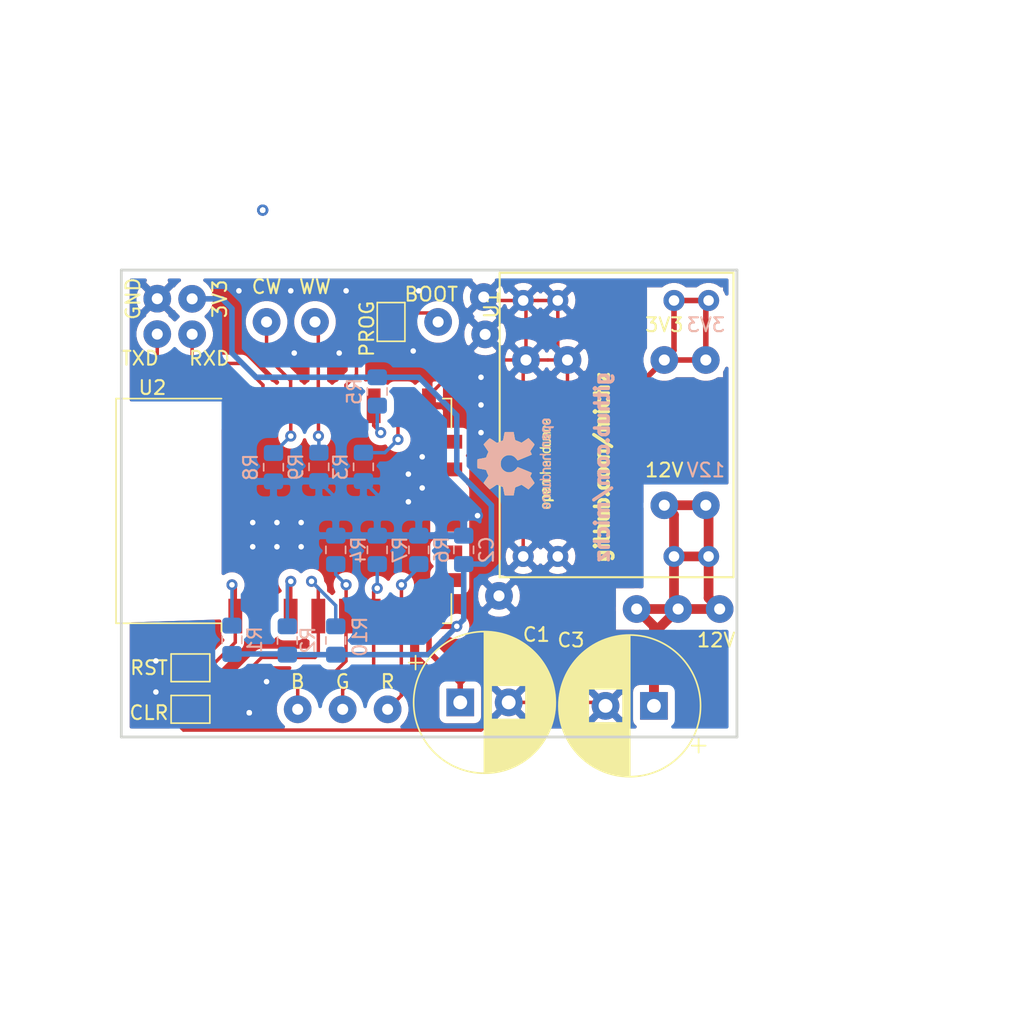
<source format=kicad_pcb>
(kicad_pcb (version 20171130) (host pcbnew 5.1.2-f72e74a~84~ubuntu18.04.1)
  (layers (0 F.Cu signal) (31 B.Cu signal) (34 B.Paste user) (35 F.Paste user) (36 B.SilkS user) (37 F.SilkS user) (38 B.Mask user) (39 F.Mask user) (44 Edge.Cuts user))
  (net 0 "")
  (net 1 +3V3)
  (net 2 GND)
  (net 3 +12V)
  (net 4 /TXD)
  (net 5 /RXD)
  (net 6 /BOOT)
  (net 7 "Net-(JP1-Pad1)")
  (net 8 "Net-(JP3-Pad1)")
  (net 9 "Net-(R2-Pad2)")
  (net 10 "Net-(R3-Pad1)")
  (net 11 "Net-(R5-Pad2)")
  (net 12 "Net-(U2-Pad2)")
  (net 13 "Net-(U2-Pad9)")
  (net 14 "Net-(U2-Pad10)")
  (net 15 "Net-(U2-Pad11)")
  (net 16 "Net-(U2-Pad12)")
  (net 17 "Net-(U2-Pad13)")
  (net 18 "Net-(U2-Pad14)")
  (net 19 /WW)
  (net 20 /CW)
  (net 21 /G)
  (net 22 /R)
  (net 23 /B)
  (module Connector_Wire:SolderWirePad_1x01_Drill0.8mm (layer F.Cu) (at 221.3 79.8)
    (fp_text reference "" (at 0 -2.54) (layer F.SilkS))
    (fp_text value GND)
    (pad 1 thru_hole circle (at 0 0) (size 1.99898 1.99898) (drill 0.8001) (layers *.Cu *.Mask) (net 2 GND))
  )
  (module Connector_Wire:SolderWirePad_1x01_Drill0.8mm (layer F.Cu) (at 220.3 60.9)
    (fp_text reference "" (at 0 -2.54) (layer F.SilkS))
    (fp_text value GND)
    (pad 1 thru_hole circle (at 0 0) (size 1.99898 1.99898) (drill 0.8001) (layers *.Cu *.Mask) (net 2 GND))
  )
  (module Connector_Wire:SolderWirePad_1x01_Drill0.8mm (layer F.Cu) (at 220.2 58.2)
    (fp_text reference "" (at 0 -2.54) (layer F.SilkS))
    (fp_text value GND)
    (pad 1 thru_hole circle (at 0 0) (size 1.99898 1.99898) (drill 0.8001) (layers *.Cu *.Mask) (net 2 GND))
  )
  (module Symbol:OSHW-Logo2_7.3x6mm_SilkScreen (layer B.Cu) (at 222.5 70.25 270)
    (fp_text reference REF** hide)
    (fp_text value OSHW-Logo2_7.3x6mm_SilkScreen hide)
  )
  (module RF_Module:ESP-12E (layer F.Cu) (at 205.74 73.66 90)
    (fp_text reference U2 (at 8.91 -9.49 180) (layer F.SilkS))
    (fp_text value ESP-12E)
    (pad 1 smd rect (at -7.6 -3.5 90) (size 2.5 1) (layers F.Cu F.Paste F.Mask) (net 7 "Net-(JP1-Pad1)"))
    (pad 2 smd rect (at -7.6 -1.5 90) (size 2.5 1) (layers F.Cu F.Paste F.Mask) (net 12 "Net-(U2-Pad2)"))
    (pad 3 smd rect (at -7.6 0.5 90) (size 2.5 1) (layers F.Cu F.Paste F.Mask) (net 9 "Net-(R2-Pad2)"))
    (pad 4 smd rect (at -7.6 2.5 90) (size 2.5 1) (layers F.Cu F.Paste F.Mask) (net 8 "Net-(JP3-Pad1)"))
    (pad 5 smd rect (at -7.6 4.5 90) (size 2.5 1) (layers F.Cu F.Paste F.Mask) (net 23 /B))
    (pad 6 smd rect (at -7.6 6.5 90) (size 2.5 1) (layers F.Cu F.Paste F.Mask) (net 21 /G))
    (pad 7 smd rect (at -7.6 8.5 90) (size 2.5 1) (layers F.Cu F.Paste F.Mask) (net 22 /R))
    (pad 8 smd rect (at -7.6 10.5 90) (size 2.5 1) (layers F.Cu F.Paste F.Mask) (net 1 +3V3))
    (pad 9 smd rect (at -5 12 90) (size 1 1.8) (layers F.Cu F.Paste F.Mask) (net 13 "Net-(U2-Pad9)"))
    (pad 10 smd rect (at -3 12 90) (size 1 1.8) (layers F.Cu F.Paste F.Mask) (net 14 "Net-(U2-Pad10)"))
    (pad 11 smd rect (at -1 12 90) (size 1 1.8) (layers F.Cu F.Paste F.Mask) (net 15 "Net-(U2-Pad11)"))
    (pad 12 smd rect (at 1 12 90) (size 1 1.8) (layers F.Cu F.Paste F.Mask) (net 16 "Net-(U2-Pad12)"))
    (pad 13 smd rect (at 3 12 90) (size 1 1.8) (layers F.Cu F.Paste F.Mask) (net 17 "Net-(U2-Pad13)"))
    (pad 14 smd rect (at 5 12 90) (size 1 1.8) (layers F.Cu F.Paste F.Mask) (net 18 "Net-(U2-Pad14)"))
    (pad 15 smd rect (at 7.6 10.5 90) (size 2.5 1) (layers F.Cu F.Paste F.Mask) (net 2 GND))
    (pad 16 smd rect (at 7.6 8.5 90) (size 2.5 1) (layers F.Cu F.Paste F.Mask) (net 10 "Net-(R3-Pad1)"))
    (pad 17 smd rect (at 7.6 6.5 90) (size 2.5 1) (layers F.Cu F.Paste F.Mask) (net 11 "Net-(R5-Pad2)"))
    (pad 18 smd rect (at 7.6 4.5 90) (size 2.5 1) (layers F.Cu F.Paste F.Mask) (net 6 /BOOT))
    (pad 19 smd rect (at 7.6 2.5 90) (size 2.5 1) (layers F.Cu F.Paste F.Mask) (net 19 /WW))
    (pad 20 smd rect (at 7.6 0.5 90) (size 2.5 1) (layers F.Cu F.Paste F.Mask) (net 20 /CW))
    (pad 21 smd rect (at 7.6 -1.5 90) (size 2.5 1) (layers F.Cu F.Paste F.Mask) (net 5 /RXD))
    (pad 22 smd rect (at 7.6 -3.5 90) (size 2.5 1) (layers F.Cu F.Paste F.Mask) (net 4 /TXD))
  )
  (module DCDC:DCDC (layer F.Cu) (at 227.75 68.25 90)
    (fp_text reference U1 (at 9.5 -7 90) (layer F.SilkS))
    (fp_text value dcdc-module)
    (pad 1 thru_hole circle (at -8.7 8.7 90) (size 1.524 1.524) (drill 0.762) (layers *.Cu *.Mask) (net 3 +12V))
    (pad 2 thru_hole circle (at -8.7 6.2 90) (size 1.524 1.524) (drill 0.762) (layers *.Cu *.Mask) (net 3 +12V))
    (pad 3 thru_hole circle (at -8.7 -2.2 90) (size 1.524 1.524) (drill 0.762) (layers *.Cu *.Mask) (net 2 GND))
    (pad 4 thru_hole circle (at -8.7 -4.7 90) (size 1.524 1.524) (drill 0.762) (layers *.Cu *.Mask) (net 2 GND))
    (pad 5 thru_hole circle (at 9.8 8.7 90) (size 1.524 1.524) (drill 0.762) (layers *.Cu *.Mask) (net 1 +3V3))
    (pad 6 thru_hole circle (at 9.8 6.2 90) (size 1.524 1.524) (drill 0.762) (layers *.Cu *.Mask) (net 1 +3V3))
    (pad 7 thru_hole circle (at 9.8 -2.2 90) (size 1.524 1.524) (drill 0.762) (layers *.Cu *.Mask) (net 2 GND))
    (pad 8 thru_hole circle (at 9.8 -4.7 90) (size 1.524 1.524) (drill 0.762) (layers *.Cu *.Mask) (net 2 GND))
  )
  (module Connector_Wire:SolderWirePad_1x01_Drill0.8mm (layer F.Cu) (at 213.25 88)
    (fp_text reference R (at 0 -2) (layer F.SilkS))
    (fp_text value R)
    (pad 1 thru_hole circle (at 0 0) (size 1.99898 1.99898) (drill 0.8001) (layers *.Cu *.Mask) (net 22 /R))
  )
  (module Connector_Wire:SolderWirePad_1x01_Drill0.8mm (layer F.Cu) (at 208 60)
    (fp_text reference WW (at 0 -2.54) (layer F.SilkS))
    (fp_text value WW)
    (pad 1 thru_hole circle (at 0 0) (size 1.99898 1.99898) (drill 0.8001) (layers *.Cu *.Mask) (net 19 /WW))
  )
  (module Connector_Wire:SolderWirePad_1x01_Drill0.8mm (layer F.Cu) (at 204.5 60)
    (fp_text reference CW (at 0 -2.54) (layer F.SilkS))
    (fp_text value CW)
    (pad 1 thru_hole circle (at 0 0) (size 1.99898 1.99898) (drill 0.8001) (layers *.Cu *.Mask) (net 20 /CW))
  )
  (module Connector_Wire:SolderWirePad_1x01_Drill0.8mm (layer F.Cu) (at 206.75 88)
    (fp_text reference B (at 0 -2) (layer F.SilkS))
    (fp_text value B)
    (pad 1 thru_hole circle (at 0 0) (size 1.99898 1.99898) (drill 0.8001) (layers *.Cu *.Mask) (net 23 /B))
  )
  (module Connector_Wire:SolderWirePad_1x01_Drill0.8mm (layer F.Cu) (at 236.25 62.75)
    (fp_text reference 3V3 (at 0 -2.54) (layer B.SilkS) (effects (justify mirror)))
    (fp_text value 3.3V)
    (pad 1 thru_hole circle (at 0 0) (size 1.99898 1.99898) (drill 0.8001) (layers *.Cu *.Mask) (net 1 +3V3))
  )
  (module Connector_Wire:SolderWirePad_1x01_Drill0.8mm (layer F.Cu) (at 233.25 62.75)
    (fp_text reference 3V3 (at 0 -2.54) (layer F.SilkS))
    (fp_text value 3.3V)
    (pad 1 thru_hole circle (at 0 0) (size 1.99898 1.99898) (drill 0.8001) (layers *.Cu *.Mask) (net 1 +3V3))
  )
  (module Connector_Wire:SolderWirePad_1x01_Drill0.8mm (layer F.Cu) (at 199.12 58.33)
    (fp_text reference 3V3 (at 2 0 270) (layer F.SilkS))
    (fp_text value 3.3V)
    (pad 1 thru_hole circle (at 0 0) (size 1.99898 1.99898) (drill 0.8001) (layers *.Cu *.Mask) (net 1 +3V3))
  )
  (module Connector_Wire:SolderWirePad_1x01_Drill0.8mm (layer F.Cu) (at 196.6 60.88)
    (fp_text reference TXD (at -1.25 1.75) (layer F.SilkS))
    (fp_text value TXD)
    (pad 1 thru_hole circle (at 0 0) (size 1.99898 1.99898) (drill 0.8001) (layers *.Cu *.Mask) (net 4 /TXD))
  )
  (module Connector_Wire:SolderWirePad_1x01_Drill0.8mm (layer F.Cu) (at 199.12 60.89)
    (fp_text reference RXD (at 1.25 1.75) (layer F.SilkS))
    (fp_text value RXD)
    (pad 1 thru_hole circle (at 0 0) (size 1.99898 1.99898) (drill 0.8001) (layers *.Cu *.Mask) (net 5 /RXD))
  )
  (module Connector_Wire:SolderWirePad_1x01_Drill0.8mm (layer F.Cu) (at 216.9 60)
    (fp_text reference BOOT (at -0.5 -2) (layer F.SilkS))
    (fp_text value BOOT)
    (pad 1 thru_hole circle (at 0 0) (size 1.99898 1.99898) (drill 0.8001) (layers *.Cu *.Mask) (net 6 /BOOT))
  )
  (module Connector_Wire:SolderWirePad_1x01_Drill0.8mm (layer F.Cu) (at 196.6 58.32)
    (fp_text reference GND (at -1.75 0 90) (layer F.SilkS))
    (fp_text value GND)
    (pad 1 thru_hole circle (at 0 0) (size 1.99898 1.99898) (drill 0.8001) (layers *.Cu *.Mask) (net 2 GND))
  )
  (module Connector_Wire:SolderWirePad_1x01_Drill0.8mm (layer F.Cu) (at 226.25 62.75)
    (fp_text reference "" (at 0 -2.54) (layer F.SilkS))
    (fp_text value GND)
    (pad 1 thru_hole circle (at 0 0) (size 1.99898 1.99898) (drill 0.8001) (layers *.Cu *.Mask) (net 2 GND))
  )
  (module Connector_Wire:SolderWirePad_1x01_Drill0.8mm (layer F.Cu) (at 223.25 62.75)
    (fp_text reference "" (at 0 -2.54) (layer F.SilkS))
    (fp_text value GND)
    (pad 1 thru_hole circle (at 0 0) (size 1.99898 1.99898) (drill 0.8001) (layers *.Cu *.Mask) (net 2 GND))
  )
  (module Connector_Wire:SolderWirePad_1x01_Drill0.8mm (layer F.Cu) (at 236.25 73.25)
    (fp_text reference 12V (at 0 -2.54) (layer B.SilkS) (effects (justify mirror)))
    (fp_text value +12V)
    (pad 1 thru_hole circle (at 0 0) (size 1.99898 1.99898) (drill 0.8001) (layers *.Cu *.Mask) (net 3 +12V))
  )
  (module Connector_Wire:SolderWirePad_1x01_Drill0.8mm (layer F.Cu) (at 234.25 80.75)
    (fp_text reference 12V (at 2.75 2.25) (layer F.SilkS))
    (fp_text value +12V)
    (pad 1 thru_hole circle (at 0 0) (size 1.99898 1.99898) (drill 0.8001) (layers *.Cu *.Mask) (net 3 +12V))
  )
  (module Connector_Wire:SolderWirePad_1x01_Drill0.8mm (layer F.Cu) (at 237.25 80.75)
    (fp_text reference "" (at -0.25 3.75) (layer F.SilkS))
    (fp_text value +12V)
    (pad 1 thru_hole circle (at 0 0) (size 1.99898 1.99898) (drill 0.8001) (layers *.Cu *.Mask) (net 3 +12V))
  )
  (module Connector_Wire:SolderWirePad_1x01_Drill0.8mm (layer F.Cu) (at 231.25 80.75)
    (fp_text reference "" (at -2.5 -1.25) (layer F.SilkS))
    (fp_text value +12V)
    (pad 1 thru_hole circle (at 0 0) (size 1.99898 1.99898) (drill 0.8001) (layers *.Cu *.Mask) (net 3 +12V))
  )
  (module Connector_Wire:SolderWirePad_1x01_Drill0.8mm (layer F.Cu) (at 233.25 73.25)
    (fp_text reference 12V (at 0 -2.54) (layer F.SilkS))
    (fp_text value +12V)
    (pad 1 thru_hole circle (at 0 0) (size 1.99898 1.99898) (drill 0.8001) (layers *.Cu *.Mask) (net 3 +12V))
  )
  (module Connector_Wire:SolderWirePad_1x01_Drill0.8mm (layer F.Cu) (at 210 88)
    (fp_text reference G (at 0 -2) (layer F.SilkS))
    (fp_text value G)
    (pad 1 thru_hole circle (at 0 0) (size 1.99898 1.99898) (drill 0.8001) (layers *.Cu *.Mask) (net 21 /G))
  )
  (module Capacitor_THT:CP_Radial_D10.0mm_P3.50mm (layer F.Cu) (at 218.5 87.5)
    (fp_text reference C1 (at 5.5 -4.9) (layer F.SilkS))
    (fp_text value 1000u)
    (pad 1 thru_hole rect (at 0 0) (size 2 2) (drill 1) (layers *.Cu *.Mask) (net 1 +3V3))
    (pad 2 thru_hole circle (at 3.5 0) (size 2 2) (drill 1) (layers *.Cu *.Mask) (net 2 GND))
  )
  (module Capacitor_SMD:C_0805_2012Metric_Pad1.15x1.40mm_HandSolder (layer B.Cu) (at 218.75 76.475 90)
    (fp_text reference C2 (at 0 1.65 90) (layer B.SilkS) (effects (justify mirror)))
    (fp_text value 100n)
    (pad 1 smd roundrect (at -1.025 0 90) (size 1.15 1.4) (layers B.Cu B.Paste B.Mask) (roundrect_rratio 0.217391) (net 1 +3V3))
    (pad 2 smd roundrect (at 1.025 0 90) (size 1.15 1.4) (layers B.Cu B.Paste B.Mask) (roundrect_rratio 0.217391) (net 2 GND))
  )
  (module Capacitor_THT:CP_Radial_D10.0mm_P3.50mm (layer F.Cu) (at 232.5 87.75 180)
    (fp_text reference C3 (at 6 4.75 180) (layer F.SilkS))
    (fp_text value 100u)
    (pad 2 thru_hole circle (at 3.5 0 180) (size 2 2) (drill 1) (layers *.Cu *.Mask) (net 2 GND))
    (pad 1 thru_hole rect (at 0 0 180) (size 2 2) (drill 1) (layers *.Cu *.Mask) (net 3 +12V))
  )
  (module Jumper:SolderJumper-2_P1.3mm_Open_Pad1.0x1.5mm (layer F.Cu) (at 199 85 180)
    (fp_text reference RST (at 3 0 180) (layer F.SilkS))
    (fp_text value RST)
    (pad 2 smd rect (at 0.65 0 180) (size 1 1.5) (layers F.Cu F.Mask) (net 2 GND))
    (pad 1 smd rect (at -0.65 0 180) (size 1 1.5) (layers F.Cu F.Mask) (net 7 "Net-(JP1-Pad1)"))
  )
  (module Jumper:SolderJumper-2_P1.3mm_Open_Pad1.0x1.5mm (layer F.Cu) (at 213.5 60 270)
    (fp_text reference PROG (at 0.5 1.75 270) (layer F.SilkS))
    (fp_text value PROG)
    (pad 2 smd rect (at 0.65 0 270) (size 1 1.5) (layers F.Cu F.Mask) (net 2 GND))
    (pad 1 smd rect (at -0.65 0 270) (size 1 1.5) (layers F.Cu F.Mask) (net 6 /BOOT))
  )
  (module Jumper:SolderJumper-2_P1.3mm_Open_Pad1.0x1.5mm (layer F.Cu) (at 199 88 180)
    (fp_text reference CLR (at 3 -0.25 180) (layer F.SilkS))
    (fp_text value CLR)
    (pad 1 smd rect (at -0.65 0 180) (size 1 1.5) (layers F.Cu F.Mask) (net 8 "Net-(JP3-Pad1)"))
    (pad 2 smd rect (at 0.65 0 180) (size 1 1.5) (layers F.Cu F.Mask) (net 2 GND))
  )
  (module Resistor_SMD:R_0805_2012Metric_Pad1.15x1.40mm_HandSolder (layer B.Cu) (at 202 82.975 90)
    (fp_text reference R1 (at 0 1.65 90) (layer B.SilkS) (effects (justify mirror)))
    (fp_text value 10k)
    (pad 2 smd roundrect (at 1.025 0 90) (size 1.15 1.4) (layers B.Cu B.Paste B.Mask) (roundrect_rratio 0.217391) (net 7 "Net-(JP1-Pad1)"))
    (pad 1 smd roundrect (at -1.025 0 90) (size 1.15 1.4) (layers B.Cu B.Paste B.Mask) (roundrect_rratio 0.217391) (net 1 +3V3))
  )
  (module Resistor_SMD:R_0805_2012Metric_Pad1.15x1.40mm_HandSolder (layer B.Cu) (at 206 83.025 90)
    (fp_text reference R2 (at 0.025 1.5 90) (layer B.SilkS) (effects (justify mirror)))
    (fp_text value 10k)
    (pad 1 smd roundrect (at -1.025 0 90) (size 1.15 1.4) (layers B.Cu B.Paste B.Mask) (roundrect_rratio 0.217391) (net 1 +3V3))
    (pad 2 smd roundrect (at 1.025 0 90) (size 1.15 1.4) (layers B.Cu B.Paste B.Mask) (roundrect_rratio 0.217391) (net 9 "Net-(R2-Pad2)"))
  )
  (module Resistor_SMD:R_0805_2012Metric_Pad1.15x1.40mm_HandSolder (layer B.Cu) (at 211.5 70.475 270)
    (fp_text reference R3 (at 0 1.65 270) (layer B.SilkS) (effects (justify mirror)))
    (fp_text value 10k)
    (pad 1 smd roundrect (at -1.025 0 270) (size 1.15 1.4) (layers B.Cu B.Paste B.Mask) (roundrect_rratio 0.217391) (net 10 "Net-(R3-Pad1)"))
    (pad 2 smd roundrect (at 1.025 0 270) (size 1.15 1.4) (layers B.Cu B.Paste B.Mask) (roundrect_rratio 0.217391) (net 2 GND))
  )
  (module Resistor_SMD:R_0805_2012Metric_Pad1.15x1.40mm_HandSolder (layer B.Cu) (at 209.5 76.475 90)
    (fp_text reference R4 (at 0 1.65 90) (layer B.SilkS) (effects (justify mirror)))
    (fp_text value 10k)
    (pad 2 smd roundrect (at 1.025 0 90) (size 1.15 1.4) (layers B.Cu B.Paste B.Mask) (roundrect_rratio 0.217391) (net 2 GND))
    (pad 1 smd roundrect (at -1.025 0 90) (size 1.15 1.4) (layers B.Cu B.Paste B.Mask) (roundrect_rratio 0.217391) (net 23 /B))
  )
  (module Resistor_SMD:R_0805_2012Metric_Pad1.15x1.40mm_HandSolder (layer B.Cu) (at 212.5 65.025 270)
    (fp_text reference R5 (at 0 1.65 270) (layer B.SilkS) (effects (justify mirror)))
    (fp_text value 10k)
    (pad 2 smd roundrect (at 1.025 0 270) (size 1.15 1.4) (layers B.Cu B.Paste B.Mask) (roundrect_rratio 0.217391) (net 11 "Net-(R5-Pad2)"))
    (pad 1 smd roundrect (at -1.025 0 270) (size 1.15 1.4) (layers B.Cu B.Paste B.Mask) (roundrect_rratio 0.217391) (net 1 +3V3))
  )
  (module Resistor_SMD:R_0805_2012Metric_Pad1.15x1.40mm_HandSolder (layer B.Cu) (at 215.5 76.475 90)
    (fp_text reference R6 (at 0 1.65 90) (layer B.SilkS) (effects (justify mirror)))
    (fp_text value 10k)
    (pad 1 smd roundrect (at -1.025 0 90) (size 1.15 1.4) (layers B.Cu B.Paste B.Mask) (roundrect_rratio 0.217391) (net 22 /R))
    (pad 2 smd roundrect (at 1.025 0 90) (size 1.15 1.4) (layers B.Cu B.Paste B.Mask) (roundrect_rratio 0.217391) (net 2 GND))
  )
  (module Resistor_SMD:R_0805_2012Metric_Pad1.15x1.40mm_HandSolder (layer B.Cu) (at 212.5 76.475 90)
    (fp_text reference R7 (at 0 1.65 90) (layer B.SilkS) (effects (justify mirror)))
    (fp_text value 10k)
    (pad 1 smd roundrect (at -1.025 0 90) (size 1.15 1.4) (layers B.Cu B.Paste B.Mask) (roundrect_rratio 0.217391) (net 21 /G))
    (pad 2 smd roundrect (at 1.025 0 90) (size 1.15 1.4) (layers B.Cu B.Paste B.Mask) (roundrect_rratio 0.217391) (net 2 GND))
  )
  (module Resistor_SMD:R_0805_2012Metric_Pad1.15x1.40mm_HandSolder (layer B.Cu) (at 205 70.5 270)
    (fp_text reference R8 (at 0 1.65 270) (layer B.SilkS) (effects (justify mirror)))
    (fp_text value 10k)
    (pad 1 smd roundrect (at -1.025 0 270) (size 1.15 1.4) (layers B.Cu B.Paste B.Mask) (roundrect_rratio 0.217391) (net 20 /CW))
    (pad 2 smd roundrect (at 1.025 0 270) (size 1.15 1.4) (layers B.Cu B.Paste B.Mask) (roundrect_rratio 0.217391) (net 2 GND))
  )
  (module Resistor_SMD:R_0805_2012Metric_Pad1.15x1.40mm_HandSolder (layer B.Cu) (at 208.28 70.475 270)
    (fp_text reference R9 (at 0 1.65 270) (layer B.SilkS) (effects (justify mirror)))
    (fp_text value 10k)
    (pad 2 smd roundrect (at 1.025 0 270) (size 1.15 1.4) (layers B.Cu B.Paste B.Mask) (roundrect_rratio 0.217391) (net 2 GND))
    (pad 1 smd roundrect (at -1.025 0 270) (size 1.15 1.4) (layers B.Cu B.Paste B.Mask) (roundrect_rratio 0.217391) (net 19 /WW))
  )
  (module Resistor_SMD:R_0805_2012Metric_Pad1.15x1.40mm_HandSolder (layer B.Cu) (at 209.5 83.025 90)
    (fp_text reference R10 (at 0.275 1.75 90) (layer B.SilkS) (effects (justify mirror)))
    (fp_text value 10k)
    (pad 2 smd roundrect (at 1.025 0 90) (size 1.15 1.4) (layers B.Cu B.Paste B.Mask) (roundrect_rratio 0.217391) (net 8 "Net-(JP3-Pad1)"))
    (pad 1 smd roundrect (at -1.025 0 90) (size 1.15 1.4) (layers B.Cu B.Paste B.Mask) (roundrect_rratio 0.217391) (net 1 +3V3))
  )
  (module Symbol:OSHW-Logo2_7.3x6mm_SilkScreen (layer F.Cu) (at 222.5 70.25 90)
    (fp_text reference REF** hide)
    (fp_text value OSHW-Logo2_7.3x6mm_SilkScreen hide)
  )
  (gr_text github.com/michz (at 228.75 70.5 90) (layer B.SilkS) (effects (font (size 1 1) (thickness 0.25)) (justify mirror)))
  (gr_text github.com/michz (at 228.75 70.5 90) (layer F.SilkS) (effects (font (size 1 1) (thickness 0.25))))
  (gr_line (start 238.5 56.25) (end 194 56.25) (layer Edge.Cuts) (width 0.2))
  (gr_line (start 238.5 90) (end 238.5 56.25) (layer Edge.Cuts) (width 0.2))
  (gr_line (start 194 90) (end 238.5 90) (layer Edge.Cuts) (width 0.2))
  (gr_line (start 194 56.25) (end 194 90) (layer Edge.Cuts) (width 0.2))
  (via (at 204.22 51.92) (size 0.8) (drill 0.4) (layers F.Cu B.Cu) (net 0))
  (via (at 204.22 51.92) (size 0.8) (drill 0.4) (layers F.Cu B.Cu) (net 0))
  (via (at 204.22 51.92) (size 0.8) (drill 0.4) (layers F.Cu B.Cu) (net 0))
  (via (at 204.22 51.92) (size 0.8) (drill 0.4) (layers F.Cu B.Cu) (net 0))
  (via (at 204.22 51.92) (size 0.8) (drill 0.4) (layers F.Cu B.Cu) (net 0))
  (via (at 204.22 51.92) (size 0.8) (drill 0.4) (layers F.Cu B.Cu) (net 0))
  (via (at 204.22 51.92) (size 0.8) (drill 0.4) (layers F.Cu B.Cu) (net 0))
  (via (at 204.22 51.92) (size 0.8) (drill 0.4) (layers F.Cu B.Cu) (net 0))
  (via (at 204.22 51.92) (size 0.8) (drill 0.4) (layers F.Cu B.Cu) (net 0))
  (segment (start 216.24 83.84) (end 216.24 81.26) (width 0.4) (layer F.Cu) (net 1))
  (segment (start 218.5 87.5) (end 218.5 86.1) (width 0.4) (layer F.Cu) (net 1))
  (segment (start 218.5 86.1) (end 216.24 83.84) (width 0.4) (layer F.Cu) (net 1))
  (segment (start 218.75 77.5) (end 218.75 81.5) (width 0.4) (layer B.Cu) (net 1))
  (via (at 218.25 82) (size 0.8) (drill 0.4) (layers F.Cu B.Cu) (net 1))
  (segment (start 218.75 81.5) (end 218.25 82) (width 0.4) (layer B.Cu) (net 1))
  (segment (start 216.98 82) (end 216.24 81.26) (width 0.4) (layer F.Cu) (net 1))
  (segment (start 218.25 82) (end 216.98 82) (width 0.4) (layer F.Cu) (net 1))
  (segment (start 205.95 84) (end 206 84.05) (width 0.4) (layer B.Cu) (net 1))
  (segment (start 202 84) (end 205.95 84) (width 0.4) (layer B.Cu) (net 1))
  (segment (start 206 84.05) (end 209.5 84.05) (width 0.4) (layer B.Cu) (net 1))
  (segment (start 216.2 84.05) (end 218.25 82) (width 0.4) (layer B.Cu) (net 1))
  (segment (start 209.5 84.05) (end 216.2 84.05) (width 0.4) (layer B.Cu) (net 1))
  (segment (start 218.5 86.1) (end 223.85 80.75) (width 0.4) (layer F.Cu) (net 1))
  (segment (start 223.85 80.75) (end 225.5 80.75) (width 0.4) (layer F.Cu) (net 1))
  (segment (start 225.5 80.75) (end 229.5 76.75) (width 0.4) (layer F.Cu) (net 1))
  (segment (start 229.5 66.5) (end 233.25 62.75) (width 0.4) (layer F.Cu) (net 1))
  (segment (start 229.5 76.75) (end 229.5 66.5) (width 0.4) (layer F.Cu) (net 1))
  (segment (start 220.25 77.5) (end 218.75 77.5) (width 0.4) (layer B.Cu) (net 1))
  (segment (start 220.75 77) (end 220.25 77.5) (width 0.4) (layer B.Cu) (net 1))
  (segment (start 212.5 64) (end 215.5 64) (width 0.4) (layer B.Cu) (net 1))
  (segment (start 218.25 66.75) (end 218.25 70.75) (width 0.4) (layer B.Cu) (net 1))
  (segment (start 218.25 70.75) (end 220.75 73.25) (width 0.4) (layer B.Cu) (net 1))
  (segment (start 215.5 64) (end 218.25 66.75) (width 0.4) (layer B.Cu) (net 1))
  (segment (start 220.75 73.25) (end 220.75 77) (width 0.4) (layer B.Cu) (net 1))
  (segment (start 233.25 62.75) (end 236.25 62.75) (width 0.4) (layer F.Cu) (net 1))
  (segment (start 236.25 58.65) (end 236.45 58.45) (width 0.4) (layer F.Cu) (net 1))
  (segment (start 236.25 62.75) (end 236.25 58.65) (width 0.4) (layer F.Cu) (net 1))
  (segment (start 236.45 58.45) (end 233.95 58.45) (width 0.4) (layer F.Cu) (net 1))
  (segment (start 233.95 62.05) (end 233.25 62.75) (width 0.4) (layer F.Cu) (net 1))
  (segment (start 233.95 58.45) (end 233.95 62.05) (width 0.4) (layer F.Cu) (net 1))
  (segment (start 202 59.04) (end 201.29 58.33) (width 0.4) (layer B.Cu) (net 1))
  (segment (start 201.29 58.33) (end 199.12 58.33) (width 0.4) (layer B.Cu) (net 1))
  (segment (start 202 62.25) (end 202 59.04) (width 0.4) (layer B.Cu) (net 1))
  (segment (start 212.5 64) (end 203.75 64) (width 0.4) (layer B.Cu) (net 1))
  (segment (start 203.75 64) (end 202 62.25) (width 0.4) (layer B.Cu) (net 1))
  (segment (start 198.35 88) (end 198.35 85) (width 0.25) (layer F.Cu) (net 2))
  (segment (start 216.24 64.56) (end 216.24 66.06) (width 0.25) (layer F.Cu) (net 2))
  (segment (start 216.24 64.14) (end 216.24 64.56) (width 0.25) (layer F.Cu) (net 2))
  (segment (start 213.5 61.4) (end 216.24 64.14) (width 0.25) (layer F.Cu) (net 2))
  (segment (start 213.5 60.65) (end 213.5 61.4) (width 0.25) (layer F.Cu) (net 2))
  (segment (start 224.12763 58.45) (end 225.55 58.45) (width 0.25) (layer F.Cu) (net 2))
  (segment (start 223.05 58.45) (end 224.12763 58.45) (width 0.25) (layer F.Cu) (net 2))
  (segment (start 225.55 62.05) (end 226.25 62.75) (width 0.25) (layer F.Cu) (net 2))
  (segment (start 225.55 58.45) (end 225.55 62.05) (width 0.25) (layer F.Cu) (net 2))
  (segment (start 224.836508 62.75) (end 223.25 62.75) (width 0.25) (layer F.Cu) (net 2))
  (segment (start 226.25 62.75) (end 224.836508 62.75) (width 0.25) (layer F.Cu) (net 2))
  (segment (start 223.25 58.65) (end 223.05 58.45) (width 0.25) (layer F.Cu) (net 2))
  (segment (start 223.25 62.75) (end 223.25 58.65) (width 0.25) (layer F.Cu) (net 2))
  (segment (start 226.25 62.75) (end 226.25 75.5) (width 0.25) (layer F.Cu) (net 2))
  (segment (start 226.311999 75.561999) (end 226.311999 76.188001) (width 0.25) (layer F.Cu) (net 2))
  (segment (start 226.311999 76.188001) (end 225.55 76.95) (width 0.25) (layer F.Cu) (net 2))
  (segment (start 226.25 75.5) (end 226.311999 75.561999) (width 0.25) (layer F.Cu) (net 2))
  (segment (start 223.05 62.95) (end 223.25 62.75) (width 0.25) (layer F.Cu) (net 2))
  (segment (start 223.05 76.95) (end 223.05 62.95) (width 0.25) (layer F.Cu) (net 2))
  (segment (start 216.24 65.31) (end 216.24 66.06) (width 0.25) (layer F.Cu) (net 2))
  (segment (start 218.8 62.75) (end 216.24 65.31) (width 0.25) (layer F.Cu) (net 2))
  (segment (start 223.25 62.75) (end 218.8 62.75) (width 0.25) (layer F.Cu) (net 2))
  (segment (start 208.255 71.525) (end 208.28 71.5) (width 0.25) (layer B.Cu) (net 2))
  (segment (start 205 71.525) (end 208.255 71.525) (width 0.25) (layer B.Cu) (net 2))
  (segment (start 209.08 71.5) (end 211.5 71.5) (width 0.25) (layer B.Cu) (net 2))
  (segment (start 208.28 71.5) (end 209.08 71.5) (width 0.25) (layer B.Cu) (net 2))
  (segment (start 209.5 72.72) (end 208.28 71.5) (width 0.25) (layer B.Cu) (net 2))
  (segment (start 209.5 75.45) (end 209.5 72.72) (width 0.25) (layer B.Cu) (net 2))
  (segment (start 212.5 72.5) (end 211.5 71.5) (width 0.25) (layer B.Cu) (net 2))
  (segment (start 212.5 75.45) (end 212.5 72.5) (width 0.25) (layer B.Cu) (net 2))
  (segment (start 215.5 75.45) (end 212.5 75.45) (width 0.25) (layer B.Cu) (net 2))
  (segment (start 211.7 75.45) (end 209.5 75.45) (width 0.25) (layer B.Cu) (net 2))
  (segment (start 212.5 75.45) (end 211.7 75.45) (width 0.25) (layer B.Cu) (net 2))
  (segment (start 228.75 87.5) (end 229 87.75) (width 0.25) (layer F.Cu) (net 2))
  (segment (start 222 87.5) (end 228.75 87.5) (width 0.25) (layer F.Cu) (net 2))
  (segment (start 224.788001 77.711999) (end 225.55 76.95) (width 0.25) (layer F.Cu) (net 2))
  (segment (start 223.811999 77.711999) (end 224.788001 77.711999) (width 0.25) (layer F.Cu) (net 2))
  (segment (start 223.05 76.95) (end 223.811999 77.711999) (width 0.25) (layer F.Cu) (net 2))
  (segment (start 218.75 75.45) (end 215.5 75.45) (width 0.25) (layer B.Cu) (net 2))
  (via (at 203.5 76.25) (size 0.8) (drill 0.4) (layers F.Cu B.Cu) (net 2))
  (via (at 205.25 76.25) (size 0.8) (drill 0.4) (layers F.Cu B.Cu) (net 2))
  (via (at 207 76.25) (size 0.8) (drill 0.4) (layers F.Cu B.Cu) (net 2))
  (via (at 207 74.5) (size 0.8) (drill 0.4) (layers F.Cu B.Cu) (net 2))
  (via (at 205.25 74.5) (size 0.8) (drill 0.4) (layers F.Cu B.Cu) (net 2))
  (via (at 203.5 74.5) (size 0.8) (drill 0.4) (layers F.Cu B.Cu) (net 2))
  (via (at 214.75 73) (size 0.8) (drill 0.4) (layers F.Cu B.Cu) (net 2))
  (via (at 214.75 71) (size 0.8) (drill 0.4) (layers F.Cu B.Cu) (net 2))
  (via (at 220 66) (size 0.8) (drill 0.4) (layers F.Cu B.Cu) (net 2))
  (via (at 220 68) (size 0.8) (drill 0.4) (layers F.Cu B.Cu) (net 2))
  (via (at 220 64) (size 0.8) (drill 0.4) (layers F.Cu B.Cu) (net 2))
  (via (at 215.75 69.75) (size 0.8) (drill 0.4) (layers F.Cu B.Cu) (net 2))
  (via (at 215.75 72) (size 0.8) (drill 0.4) (layers F.Cu B.Cu) (net 2))
  (via (at 219.75 74) (size 0.8) (drill 0.4) (layers F.Cu B.Cu) (net 2))
  (segment (start 198.35 88) (end 198.35 89.35) (width 0.25) (layer F.Cu) (net 2))
  (segment (start 198.35 89.35) (end 198.5 89.5) (width 0.25) (layer F.Cu) (net 2))
  (segment (start 220 89.5) (end 222 87.5) (width 0.25) (layer F.Cu) (net 2))
  (segment (start 198.5 89.5) (end 220 89.5) (width 0.25) (layer F.Cu) (net 2))
  (via (at 209.75 62.25) (size 0.8) (drill 0.4) (layers F.Cu B.Cu) (net 2))
  (via (at 206.5 62.25) (size 0.8) (drill 0.4) (layers F.Cu B.Cu) (net 2))
  (via (at 202.5 57.75) (size 0.8) (drill 0.4) (layers F.Cu B.Cu) (net 2))
  (via (at 206.25 57.75) (size 0.8) (drill 0.4) (layers F.Cu B.Cu) (net 2))
  (via (at 210.25 57.75) (size 0.8) (drill 0.4) (layers F.Cu B.Cu) (net 2))
  (via (at 215.1 62.1) (size 0.8) (drill 0.4) (layers F.Cu B.Cu) (net 2))
  (via (at 215.5 57.75) (size 0.8) (drill 0.4) (layers F.Cu B.Cu) (net 2))
  (via (at 196.5 84.5) (size 0.8) (drill 0.4) (layers F.Cu B.Cu) (net 2))
  (via (at 196.5 86.75) (size 0.8) (drill 0.4) (layers F.Cu B.Cu) (net 2))
  (via (at 203.25 88.25) (size 0.8) (drill 0.4) (layers F.Cu B.Cu) (net 2))
  (via (at 203.25 88.25) (size 0.8) (drill 0.4) (layers F.Cu B.Cu) (net 2))
  (via (at 203.25 88.25) (size 0.8) (drill 0.4) (layers F.Cu B.Cu) (net 2))
  (via (at 204.5 86) (size 0.8) (drill 0.4) (layers F.Cu B.Cu) (net 2))
  (segment (start 220.45 58.45) (end 220.2 58.2) (width 0.25) (layer F.Cu) (net 2))
  (segment (start 223.05 58.45) (end 220.45 58.45) (width 0.25) (layer F.Cu) (net 2))
  (segment (start 232.5 82) (end 231.25 80.75) (width 0.7) (layer F.Cu) (net 3))
  (segment (start 232.5 87.75) (end 232.5 82) (width 0.7) (layer F.Cu) (net 3))
  (segment (start 232.5 82.5) (end 234.25 80.75) (width 0.7) (layer F.Cu) (net 3))
  (segment (start 232.5 87.75) (end 232.5 82.5) (width 0.7) (layer F.Cu) (net 3))
  (segment (start 236.45 76.95) (end 233.95 76.95) (width 0.7) (layer F.Cu) (net 3))
  (segment (start 236.25 73.25) (end 233.25 73.25) (width 0.7) (layer F.Cu) (net 3))
  (segment (start 236.45 76.95) (end 236.45 73.45) (width 0.7) (layer F.Cu) (net 3))
  (segment (start 236.45 73.45) (end 236.25 73.25) (width 0.7) (layer F.Cu) (net 3))
  (segment (start 233.95 73.95) (end 233.25 73.25) (width 0.7) (layer F.Cu) (net 3))
  (segment (start 233.95 76.95) (end 233.95 73.95) (width 0.7) (layer F.Cu) (net 3))
  (segment (start 233.95 76.95) (end 233.95 80.45) (width 0.7) (layer F.Cu) (net 3))
  (segment (start 233.95 80.45) (end 234.25 80.75) (width 0.7) (layer F.Cu) (net 3))
  (segment (start 236.45 76.95) (end 236.45 79.95) (width 0.7) (layer F.Cu) (net 3))
  (segment (start 236.45 79.95) (end 237.25 80.75) (width 0.7) (layer F.Cu) (net 3))
  (segment (start 234.25 80.75) (end 237.25 80.75) (width 0.7) (layer F.Cu) (net 3))
  (segment (start 231.25 80.75) (end 234.25 80.75) (width 0.7) (layer F.Cu) (net 3))
  (segment (start 202.24 66.06) (end 202.24 64.56) (width 0.25) (layer F.Cu) (net 4))
  (segment (start 201.68 64) (end 197 64) (width 0.25) (layer F.Cu) (net 4))
  (segment (start 202.24 64.56) (end 201.68 64) (width 0.25) (layer F.Cu) (net 4))
  (segment (start 196.6 63.6) (end 196.6 60.88) (width 0.25) (layer F.Cu) (net 4))
  (segment (start 197 64) (end 196.6 63.6) (width 0.25) (layer F.Cu) (net 4))
  (segment (start 199.12 62.52) (end 199.12 60.89) (width 0.25) (layer F.Cu) (net 5))
  (segment (start 199.6 63) (end 199.12 62.52) (width 0.25) (layer F.Cu) (net 5))
  (segment (start 204.24 66.06) (end 204.24 64.56) (width 0.25) (layer F.Cu) (net 5))
  (segment (start 202.68 63) (end 199.6 63) (width 0.25) (layer F.Cu) (net 5))
  (segment (start 204.24 64.56) (end 202.68 63) (width 0.25) (layer F.Cu) (net 5))
  (segment (start 210.24 64.56) (end 211 63.8) (width 0.25) (layer F.Cu) (net 6))
  (segment (start 210.24 66.06) (end 210.24 64.56) (width 0.25) (layer F.Cu) (net 6))
  (segment (start 211 63.8) (end 211 60) (width 0.25) (layer F.Cu) (net 6))
  (segment (start 211.65 59.35) (end 213.5 59.35) (width 0.25) (layer F.Cu) (net 6))
  (segment (start 211 60) (end 211.65 59.35) (width 0.25) (layer F.Cu) (net 6))
  (segment (start 216.85 59.35) (end 217.5 60) (width 0.25) (layer F.Cu) (net 6))
  (segment (start 213.5 59.35) (end 216.85 59.35) (width 0.25) (layer F.Cu) (net 6))
  (segment (start 202.24 82.76) (end 202.24 81.26) (width 0.25) (layer F.Cu) (net 7))
  (segment (start 202.24 83.16) (end 202.24 82.76) (width 0.25) (layer F.Cu) (net 7))
  (segment (start 200.4 85) (end 202.24 83.16) (width 0.25) (layer F.Cu) (net 7))
  (segment (start 199.65 85) (end 200.4 85) (width 0.25) (layer F.Cu) (net 7))
  (via (at 202 79) (size 0.8) (drill 0.4) (layers F.Cu B.Cu) (net 7))
  (segment (start 202.24 81.26) (end 202.24 79.24) (width 0.25) (layer F.Cu) (net 7))
  (segment (start 202.24 79.24) (end 202 79) (width 0.25) (layer F.Cu) (net 7))
  (segment (start 202 79) (end 202 81.95) (width 0.25) (layer B.Cu) (net 7))
  (segment (start 200.4 88) (end 204.15 84.25) (width 0.25) (layer F.Cu) (net 8))
  (segment (start 199.65 88) (end 200.4 88) (width 0.25) (layer F.Cu) (net 8))
  (segment (start 204.15 84.25) (end 208 84.25) (width 0.25) (layer F.Cu) (net 8))
  (segment (start 208.24 84.01) (end 208.24 81.26) (width 0.25) (layer F.Cu) (net 8))
  (segment (start 208 84.25) (end 208.24 84.01) (width 0.25) (layer F.Cu) (net 8))
  (via (at 207.75 78.75) (size 0.8) (drill 0.4) (layers F.Cu B.Cu) (net 8))
  (segment (start 209.5 82) (end 209.5 80.5) (width 0.25) (layer B.Cu) (net 8))
  (segment (start 209.5 80.5) (end 207.75 78.75) (width 0.25) (layer B.Cu) (net 8))
  (segment (start 208.24 79.24) (end 208.24 81.26) (width 0.25) (layer F.Cu) (net 8))
  (segment (start 207.75 78.75) (end 208.24 79.24) (width 0.25) (layer F.Cu) (net 8))
  (via (at 206.25 78.75) (size 0.8) (drill 0.4) (layers F.Cu B.Cu) (net 9))
  (segment (start 206 82) (end 206 79) (width 0.25) (layer B.Cu) (net 9))
  (segment (start 206 79) (end 206.25 78.75) (width 0.25) (layer B.Cu) (net 9))
  (segment (start 206.25 81.25) (end 206.24 81.26) (width 0.25) (layer F.Cu) (net 9))
  (segment (start 206.25 78.75) (end 206.25 81.25) (width 0.25) (layer F.Cu) (net 9))
  (via (at 214 68.5) (size 0.8) (drill 0.4) (layers F.Cu B.Cu) (net 10))
  (segment (start 211.5 69.45) (end 213.05 69.45) (width 0.25) (layer B.Cu) (net 10))
  (segment (start 213.05 69.45) (end 214 68.5) (width 0.25) (layer B.Cu) (net 10))
  (segment (start 214 66.3) (end 214.24 66.06) (width 0.25) (layer F.Cu) (net 10))
  (segment (start 214 68.5) (end 214 66.3) (width 0.25) (layer F.Cu) (net 10))
  (via (at 212.75 68) (size 0.8) (drill 0.4) (layers F.Cu B.Cu) (net 11))
  (segment (start 212.24 66.06) (end 212.24 67.49) (width 0.25) (layer F.Cu) (net 11))
  (segment (start 212.24 67.49) (end 212.75 68) (width 0.25) (layer F.Cu) (net 11))
  (segment (start 212.5 67.75) (end 212.75 68) (width 0.25) (layer B.Cu) (net 11))
  (segment (start 212.5 66.05) (end 212.5 67.75) (width 0.25) (layer B.Cu) (net 11))
  (segment (start 208.24 60.24) (end 208 60) (width 0.25) (layer F.Cu) (net 19))
  (segment (start 208.24 66.06) (end 208.24 60.24) (width 0.25) (layer F.Cu) (net 19))
  (via (at 208.25 68.25) (size 0.8) (drill 0.4) (layers F.Cu B.Cu) (net 19))
  (segment (start 208.28 69.45) (end 208.28 68.28) (width 0.25) (layer B.Cu) (net 19))
  (segment (start 208.28 68.28) (end 208.25 68.25) (width 0.25) (layer B.Cu) (net 19))
  (segment (start 208.25 66.07) (end 208.24 66.06) (width 0.25) (layer F.Cu) (net 19))
  (segment (start 208.25 68.25) (end 208.25 66.07) (width 0.25) (layer F.Cu) (net 19))
  (segment (start 206.24 66.06) (end 206.24 64.24) (width 0.25) (layer F.Cu) (net 20))
  (segment (start 206.24 64.24) (end 204.5 62.5) (width 0.25) (layer F.Cu) (net 20))
  (segment (start 204.5 62.5) (end 204.5 60) (width 0.25) (layer F.Cu) (net 20))
  (via (at 206.25 68.25) (size 0.8) (drill 0.4) (layers F.Cu B.Cu) (net 20))
  (segment (start 205 69.475) (end 205.025 69.475) (width 0.25) (layer B.Cu) (net 20))
  (segment (start 205.025 69.475) (end 206.25 68.25) (width 0.25) (layer B.Cu) (net 20))
  (segment (start 206.25 66.07) (end 206.24 66.06) (width 0.25) (layer F.Cu) (net 20))
  (segment (start 206.25 68.25) (end 206.25 66.07) (width 0.25) (layer F.Cu) (net 20))
  (segment (start 210 86.586508) (end 210.836508 85.75) (width 0.25) (layer F.Cu) (net 21))
  (segment (start 210 88) (end 210 86.586508) (width 0.25) (layer F.Cu) (net 21))
  (segment (start 210.836508 85.75) (end 211.75 85.75) (width 0.25) (layer F.Cu) (net 21))
  (segment (start 212.24 85.26) (end 212.24 81.26) (width 0.25) (layer F.Cu) (net 21))
  (segment (start 211.75 85.75) (end 212.24 85.26) (width 0.25) (layer F.Cu) (net 21))
  (via (at 212.5 79.25) (size 0.8) (drill 0.4) (layers F.Cu B.Cu) (net 21))
  (segment (start 212.24 81.26) (end 212.24 79.51) (width 0.25) (layer F.Cu) (net 21))
  (segment (start 212.24 79.51) (end 212.5 79.25) (width 0.25) (layer F.Cu) (net 21))
  (segment (start 212.5 79.25) (end 212.5 77.5) (width 0.25) (layer B.Cu) (net 21))
  (segment (start 214.249489 87.000511) (end 214.249489 86.999489) (width 0.25) (layer F.Cu) (net 22))
  (segment (start 213.25 88) (end 214.249489 87.000511) (width 0.25) (layer F.Cu) (net 22))
  (segment (start 214.24 86.99) (end 214.24 81.26) (width 0.25) (layer F.Cu) (net 22))
  (segment (start 214.249489 86.999489) (end 214.24 86.99) (width 0.25) (layer F.Cu) (net 22))
  (via (at 214.25 79) (size 0.8) (drill 0.4) (layers F.Cu B.Cu) (net 22))
  (segment (start 215.5 77.5) (end 215.5 77.75) (width 0.25) (layer B.Cu) (net 22))
  (segment (start 215.5 77.75) (end 214.25 79) (width 0.25) (layer B.Cu) (net 22))
  (segment (start 214.25 81.25) (end 214.24 81.26) (width 0.25) (layer F.Cu) (net 22))
  (segment (start 214.25 79) (end 214.25 81.25) (width 0.25) (layer F.Cu) (net 22))
  (segment (start 206.75 85.5) (end 206.75 88) (width 0.25) (layer F.Cu) (net 23))
  (segment (start 207 85.25) (end 206.75 85.5) (width 0.25) (layer F.Cu) (net 23))
  (segment (start 209.5 85.25) (end 207 85.25) (width 0.25) (layer F.Cu) (net 23))
  (segment (start 210.24 81.26) (end 210.24 84.51) (width 0.25) (layer F.Cu) (net 23))
  (segment (start 210.24 84.51) (end 209.5 85.25) (width 0.25) (layer F.Cu) (net 23))
  (via (at 210.25 79) (size 0.8) (drill 0.4) (layers F.Cu B.Cu) (net 23))
  (segment (start 209.5 77.5) (end 209.5 78.25) (width 0.25) (layer B.Cu) (net 23))
  (segment (start 209.5 78.25) (end 210.25 79) (width 0.25) (layer B.Cu) (net 23))
  (segment (start 210.25 81.25) (end 210.24 81.26) (width 0.25) (layer F.Cu) (net 23))
  (segment (start 210.25 79) (end 210.25 81.25) (width 0.25) (layer F.Cu) (net 23))
  (zone (net 2) (net_name GND) (layer B.Cu) (connect_pads (clearance 0.508)) (min_thickness 0.254) (fill yes (arc_segments 16) (thermal_gap 0.508) (thermal_bridge_width 0.508))
    (polygon (pts (xy 194.25 56.5) (xy 238.25 56.5) (xy 238.25 89.875) (xy 194.25 89.75) (xy 194.25 89)))
  )
  (zone (net 0) (net_name "") (layers F&B.Cu) (connect_pads (clearance 0.508)) (min_thickness 0.254)
    (keepout (tracks not_allowed) (vias not_allowed) (copperpour not_allowed))
    (fill (arc_segments 16) (thermal_gap 0.508) (thermal_bridge_width 0.508))
    (polygon (pts (xy 193.75 65.75) (xy 201.25 65.75) (xy 201.25 81.5) (xy 193.75 81.75)))
  )
  (zone (net 2) (net_name GND) (layer F.Cu) (connect_pads (clearance 0.508)) (min_thickness 0.254) (fill yes (arc_segments 16) (thermal_gap 0.508) (thermal_bridge_width 0.508))
    (polygon (pts (xy 194.25 89.75) (xy 238.25 89.75) (xy 238.25 56.375) (xy 194.25 56.5) (xy 194.25 57.25)))
  )
  (zone (net 0) (net_name "") (layers F&B.Cu) (connect_pads (clearance 0.508)) (min_thickness 0.254)
    (keepout (tracks allowed) (vias allowed) (copperpour not_allowed))
    (fill (arc_segments 16) (thermal_gap 0.508) (thermal_bridge_width 0.508))
    (polygon (pts (xy 232 57.5) (xy 232 64) (xy 237.5 64) (xy 237.5 57.5)))
  )
  (zone (net 0) (net_name "") (layers F&B.Cu) (connect_pads (clearance 0.508)) (min_thickness 0.254)
    (keepout (tracks allowed) (vias allowed) (copperpour not_allowed))
    (fill (arc_segments 16) (thermal_gap 0.508) (thermal_bridge_width 0.508))
    (polygon (pts (xy 231.75 71.75) (xy 231.75 79.25) (xy 229.75 79.25) (xy 229.75 82.25) (xy 238.25 82.25) (xy 238.25 71.75)))
  )
)
</source>
